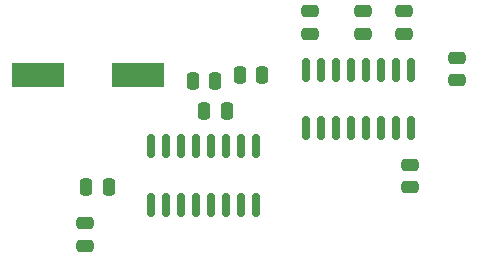
<source format=gbr>
%TF.GenerationSoftware,KiCad,Pcbnew,9.0.1*%
%TF.CreationDate,2025-05-14T18:29:24+05:30*%
%TF.ProjectId,usb,7573622e-6b69-4636-9164-5f7063625858,rev?*%
%TF.SameCoordinates,Original*%
%TF.FileFunction,Paste,Top*%
%TF.FilePolarity,Positive*%
%FSLAX46Y46*%
G04 Gerber Fmt 4.6, Leading zero omitted, Abs format (unit mm)*
G04 Created by KiCad (PCBNEW 9.0.1) date 2025-05-14 18:29:24*
%MOMM*%
%LPD*%
G01*
G04 APERTURE LIST*
G04 Aperture macros list*
%AMRoundRect*
0 Rectangle with rounded corners*
0 $1 Rounding radius*
0 $2 $3 $4 $5 $6 $7 $8 $9 X,Y pos of 4 corners*
0 Add a 4 corners polygon primitive as box body*
4,1,4,$2,$3,$4,$5,$6,$7,$8,$9,$2,$3,0*
0 Add four circle primitives for the rounded corners*
1,1,$1+$1,$2,$3*
1,1,$1+$1,$4,$5*
1,1,$1+$1,$6,$7*
1,1,$1+$1,$8,$9*
0 Add four rect primitives between the rounded corners*
20,1,$1+$1,$2,$3,$4,$5,0*
20,1,$1+$1,$4,$5,$6,$7,0*
20,1,$1+$1,$6,$7,$8,$9,0*
20,1,$1+$1,$8,$9,$2,$3,0*%
G04 Aperture macros list end*
%ADD10RoundRect,0.150000X-0.150000X0.825000X-0.150000X-0.825000X0.150000X-0.825000X0.150000X0.825000X0*%
%ADD11RoundRect,0.250000X-0.250000X-0.475000X0.250000X-0.475000X0.250000X0.475000X-0.250000X0.475000X0*%
%ADD12R,4.500000X2.000000*%
%ADD13RoundRect,0.250000X-0.475000X0.250000X-0.475000X-0.250000X0.475000X-0.250000X0.475000X0.250000X0*%
G04 APERTURE END LIST*
D10*
%TO.C,U1*%
X155675000Y-67550001D03*
X154405000Y-67550001D03*
X153135000Y-67550001D03*
X151865000Y-67550001D03*
X150595000Y-67550001D03*
X149325000Y-67550001D03*
X148055000Y-67550001D03*
X146785000Y-67550001D03*
X146785000Y-72500001D03*
X148055000Y-72500001D03*
X149325000Y-72500001D03*
X150595000Y-72500001D03*
X151865000Y-72500001D03*
X153135000Y-72500001D03*
X154405000Y-72500001D03*
X155675000Y-72500001D03*
%TD*%
D11*
%TO.C,C4*%
X152230000Y-62025001D03*
X150330000Y-62025001D03*
%TD*%
%TO.C,C5*%
X156230000Y-61525001D03*
X154330000Y-61525001D03*
%TD*%
D12*
%TO.C,Y1*%
X137230000Y-61525001D03*
X145730000Y-61525001D03*
%TD*%
D10*
%TO.C,U2*%
X168850000Y-61075001D03*
X167580000Y-61075001D03*
X166310000Y-61075001D03*
X165040000Y-61075001D03*
X163770000Y-61075001D03*
X162500000Y-61075001D03*
X161230000Y-61075001D03*
X159960000Y-61075001D03*
X159960000Y-66025001D03*
X161230000Y-66025001D03*
X162500000Y-66025001D03*
X163770000Y-66025001D03*
X165040000Y-66025001D03*
X166310000Y-66025001D03*
X167580000Y-66025001D03*
X168850000Y-66025001D03*
%TD*%
D13*
%TO.C,C10*%
X160230000Y-56125001D03*
X160230000Y-58025001D03*
%TD*%
%TO.C,C9*%
X164730000Y-56125001D03*
X164730000Y-58025001D03*
%TD*%
%TO.C,C8*%
X168230000Y-56125001D03*
X168230000Y-58025001D03*
%TD*%
%TO.C,C7*%
X172730000Y-60025001D03*
X172730000Y-61925001D03*
%TD*%
%TO.C,C6*%
X168730000Y-69125001D03*
X168730000Y-71025001D03*
%TD*%
D11*
%TO.C,C3*%
X151330000Y-64525001D03*
X153230000Y-64525001D03*
%TD*%
%TO.C,C2*%
X141330000Y-71025001D03*
X143230000Y-71025001D03*
%TD*%
D13*
%TO.C,C1*%
X141230000Y-74075001D03*
X141230000Y-75975001D03*
%TD*%
M02*

</source>
